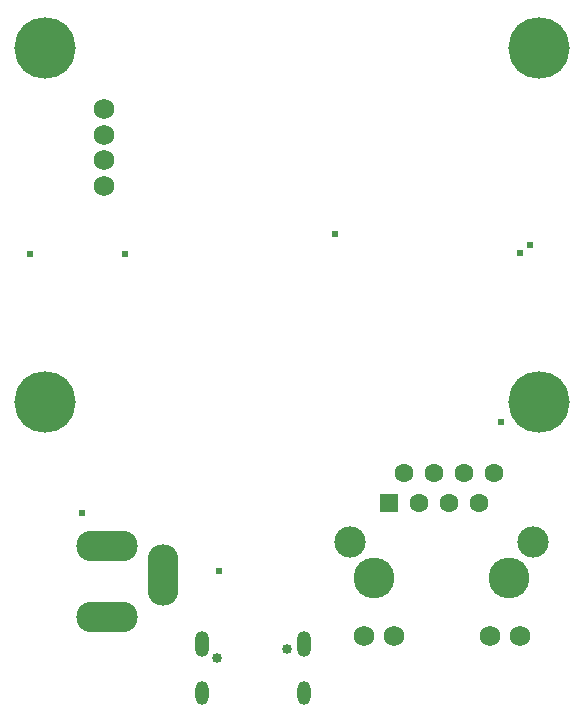
<source format=gbs>
G04*
G04 #@! TF.GenerationSoftware,Altium Limited,Altium Designer,20.0.12 (288)*
G04*
G04 Layer_Color=16711935*
%FSLAX44Y44*%
%MOMM*%
G71*
G01*
G75*
%ADD54O,5.2032X2.6032*%
%ADD55O,2.6032X5.2032*%
%ADD56C,0.8532*%
%ADD57O,1.2032X2.2032*%
%ADD58O,1.1032X2.0032*%
%ADD59C,1.7272*%
%ADD60C,3.4532*%
%ADD61C,2.6482*%
%ADD62C,1.7332*%
%ADD63C,1.6012*%
%ADD64R,1.6012X1.6012*%
%ADD65C,5.2032*%
%ADD66C,0.6032*%
D54*
X1386000Y332500D02*
D03*
Y392500D02*
D03*
D55*
X1434000Y367500D02*
D03*
D56*
X1479240Y297720D02*
D03*
X1538620Y304800D02*
D03*
D57*
X1466470Y309600D02*
D03*
X1552970D02*
D03*
D58*
X1466470Y267800D02*
D03*
X1552970D02*
D03*
D59*
X1384000Y697250D02*
D03*
Y718850D02*
D03*
Y740450D02*
D03*
Y762050D02*
D03*
D60*
X1612600Y365200D02*
D03*
X1726900D02*
D03*
D61*
X1747200Y395700D02*
D03*
X1592300D02*
D03*
D62*
X1710600Y316200D02*
D03*
X1736000D02*
D03*
X1628900D02*
D03*
X1603500D02*
D03*
D63*
X1714150Y454100D02*
D03*
X1701450Y428700D02*
D03*
X1688750Y454100D02*
D03*
X1676050Y428700D02*
D03*
X1663350Y454100D02*
D03*
X1650650Y428700D02*
D03*
X1637950Y454100D02*
D03*
D64*
X1625250Y428700D02*
D03*
D65*
X1752250Y814000D02*
D03*
X1333500D02*
D03*
X1752250Y514250D02*
D03*
X1333750Y514500D02*
D03*
D66*
X1579000Y656500D02*
D03*
X1744500Y647500D02*
D03*
X1736000Y640250D02*
D03*
X1719500Y497000D02*
D03*
X1481500Y371250D02*
D03*
X1365450Y420250D02*
D03*
X1321470Y639500D02*
D03*
X1401750Y639750D02*
D03*
M02*

</source>
